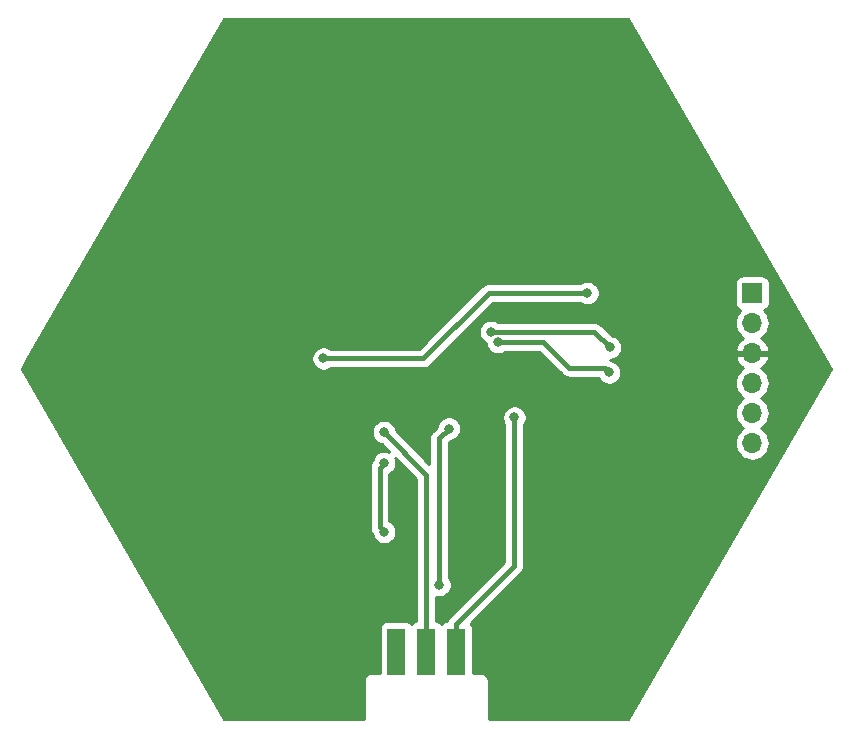
<source format=gbl>
G04 #@! TF.GenerationSoftware,KiCad,Pcbnew,(5.1.4)-1*
G04 #@! TF.CreationDate,2019-11-25T22:35:39+01:00*
G04 #@! TF.ProjectId,BME680,424d4536-3830-42e6-9b69-6361645f7063,A*
G04 #@! TF.SameCoordinates,Original*
G04 #@! TF.FileFunction,Copper,L2,Bot*
G04 #@! TF.FilePolarity,Positive*
%FSLAX46Y46*%
G04 Gerber Fmt 4.6, Leading zero omitted, Abs format (unit mm)*
G04 Created by KiCad (PCBNEW (5.1.4)-1) date 2019-11-25 22:35:39*
%MOMM*%
%LPD*%
G04 APERTURE LIST*
%ADD10O,1.700000X1.700000*%
%ADD11R,1.700000X1.700000*%
%ADD12R,1.524000X4.000000*%
%ADD13C,0.800000*%
%ADD14C,0.400000*%
%ADD15C,0.254000*%
G04 APERTURE END LIST*
D10*
X150100000Y-121469600D03*
X150100000Y-118929600D03*
X150100000Y-116389600D03*
X150100000Y-113849600D03*
X150100000Y-111309600D03*
D11*
X150100000Y-108769600D03*
D12*
X119960000Y-139168000D03*
X122500000Y-139168000D03*
X125040000Y-139168000D03*
D13*
X128300000Y-128528000D03*
X124873200Y-109635600D03*
X142770000Y-113838000D03*
X113800000Y-114312000D03*
X136141600Y-108769600D03*
X118950000Y-123148000D03*
X118950000Y-128988000D03*
X128600000Y-112926400D03*
X138000000Y-115498000D03*
X128000000Y-112060400D03*
X138050000Y-113368000D03*
X123610000Y-133488000D03*
X124430000Y-120248000D03*
X118910000Y-120548000D03*
X129960000Y-119308000D03*
D14*
X113800000Y-114312000D02*
X122257600Y-114312000D01*
X122257600Y-114312000D02*
X127800000Y-108769600D01*
X127800000Y-108769600D02*
X136141600Y-108769600D01*
X118550001Y-123547999D02*
X118550001Y-128588001D01*
X118950000Y-123148000D02*
X118550001Y-123547999D01*
X118550001Y-128588001D02*
X118950000Y-128988000D01*
X134600001Y-115098001D02*
X132428400Y-112926400D01*
X137600001Y-115098001D02*
X134600001Y-115098001D01*
X138000000Y-115498000D02*
X137600001Y-115098001D01*
X128600000Y-112926400D02*
X132428400Y-112926400D01*
X136742400Y-112060400D02*
X132132400Y-112060400D01*
X138050000Y-113368000D02*
X136742400Y-112060400D01*
X128000000Y-112060400D02*
X132132400Y-112060400D01*
X123600000Y-122608000D02*
X123600000Y-133478000D01*
X123600000Y-133478000D02*
X123610000Y-133488000D01*
X123600000Y-122608000D02*
X123600000Y-121078000D01*
X123600000Y-121078000D02*
X124430000Y-120248000D01*
X122500000Y-124138000D02*
X122500000Y-139168000D01*
X118910000Y-120548000D02*
X122500000Y-124138000D01*
X125040000Y-136768000D02*
X129950000Y-131858000D01*
X125040000Y-139168000D02*
X125040000Y-136768000D01*
X129950000Y-131858000D02*
X129950000Y-119318000D01*
X129950000Y-119318000D02*
X129960000Y-119308000D01*
D15*
G36*
X156737892Y-115178000D02*
G01*
X139618955Y-144828000D01*
X127780000Y-144828000D01*
X127780000Y-141604599D01*
X127783193Y-141572180D01*
X127770450Y-141442797D01*
X127732710Y-141318387D01*
X127671425Y-141203730D01*
X127588948Y-141103232D01*
X127488450Y-141020755D01*
X127373793Y-140959470D01*
X127249383Y-140921730D01*
X127152419Y-140912180D01*
X127120000Y-140908987D01*
X127087581Y-140912180D01*
X126440072Y-140912180D01*
X126440072Y-137168000D01*
X126427812Y-137043518D01*
X126391502Y-136923820D01*
X126332537Y-136813506D01*
X126261689Y-136727178D01*
X130511433Y-132477436D01*
X130543291Y-132451291D01*
X130647636Y-132324146D01*
X130725172Y-132179087D01*
X130772918Y-132021689D01*
X130785000Y-131899019D01*
X130785000Y-131899018D01*
X130789040Y-131858000D01*
X130785000Y-131816982D01*
X130785000Y-119936251D01*
X130877205Y-119798256D01*
X130955226Y-119609898D01*
X130995000Y-119409939D01*
X130995000Y-119206061D01*
X130955226Y-119006102D01*
X130877205Y-118817744D01*
X130763937Y-118648226D01*
X130619774Y-118504063D01*
X130450256Y-118390795D01*
X130261898Y-118312774D01*
X130061939Y-118273000D01*
X129858061Y-118273000D01*
X129658102Y-118312774D01*
X129469744Y-118390795D01*
X129300226Y-118504063D01*
X129156063Y-118648226D01*
X129042795Y-118817744D01*
X128964774Y-119006102D01*
X128925000Y-119206061D01*
X128925000Y-119409939D01*
X128964774Y-119609898D01*
X129042795Y-119798256D01*
X129115001Y-119906320D01*
X129115000Y-131512131D01*
X124478574Y-136148559D01*
X124446710Y-136174709D01*
X124420562Y-136206571D01*
X124342364Y-136301855D01*
X124264828Y-136446914D01*
X124238465Y-136533822D01*
X124153518Y-136542188D01*
X124033820Y-136578498D01*
X123923506Y-136637463D01*
X123826815Y-136716815D01*
X123770000Y-136786044D01*
X123713185Y-136716815D01*
X123616494Y-136637463D01*
X123506180Y-136578498D01*
X123386482Y-136542188D01*
X123335000Y-136537118D01*
X123335000Y-134488576D01*
X123508061Y-134523000D01*
X123711939Y-134523000D01*
X123911898Y-134483226D01*
X124100256Y-134405205D01*
X124269774Y-134291937D01*
X124413937Y-134147774D01*
X124527205Y-133978256D01*
X124605226Y-133789898D01*
X124645000Y-133589939D01*
X124645000Y-133386061D01*
X124605226Y-133186102D01*
X124527205Y-132997744D01*
X124435000Y-132859749D01*
X124435000Y-121423867D01*
X124586775Y-121272093D01*
X124731898Y-121243226D01*
X124920256Y-121165205D01*
X125089774Y-121051937D01*
X125233937Y-120907774D01*
X125347205Y-120738256D01*
X125425226Y-120549898D01*
X125465000Y-120349939D01*
X125465000Y-120146061D01*
X125425226Y-119946102D01*
X125347205Y-119757744D01*
X125233937Y-119588226D01*
X125089774Y-119444063D01*
X124920256Y-119330795D01*
X124731898Y-119252774D01*
X124531939Y-119213000D01*
X124328061Y-119213000D01*
X124128102Y-119252774D01*
X123939744Y-119330795D01*
X123770226Y-119444063D01*
X123626063Y-119588226D01*
X123512795Y-119757744D01*
X123434774Y-119946102D01*
X123405907Y-120091225D01*
X123038574Y-120458559D01*
X123006710Y-120484709D01*
X122980562Y-120516571D01*
X122902364Y-120611855D01*
X122824828Y-120756914D01*
X122777082Y-120914312D01*
X122760960Y-121078000D01*
X122765001Y-121119028D01*
X122765000Y-122566981D01*
X122765000Y-123222131D01*
X119934093Y-120391225D01*
X119905226Y-120246102D01*
X119827205Y-120057744D01*
X119713937Y-119888226D01*
X119569774Y-119744063D01*
X119400256Y-119630795D01*
X119211898Y-119552774D01*
X119011939Y-119513000D01*
X118808061Y-119513000D01*
X118608102Y-119552774D01*
X118419744Y-119630795D01*
X118250226Y-119744063D01*
X118106063Y-119888226D01*
X117992795Y-120057744D01*
X117914774Y-120246102D01*
X117875000Y-120446061D01*
X117875000Y-120649939D01*
X117914774Y-120849898D01*
X117992795Y-121038256D01*
X118106063Y-121207774D01*
X118250226Y-121351937D01*
X118419744Y-121465205D01*
X118608102Y-121543226D01*
X118753225Y-121572093D01*
X119391896Y-122210763D01*
X119251898Y-122152774D01*
X119051939Y-122113000D01*
X118848061Y-122113000D01*
X118648102Y-122152774D01*
X118459744Y-122230795D01*
X118290226Y-122344063D01*
X118146063Y-122488226D01*
X118032795Y-122657744D01*
X117954774Y-122846102D01*
X117925641Y-122992567D01*
X117858692Y-123074145D01*
X117852365Y-123081854D01*
X117774829Y-123226913D01*
X117727083Y-123384311D01*
X117710961Y-123547999D01*
X117715001Y-123589018D01*
X117715002Y-128546973D01*
X117710961Y-128588001D01*
X117727083Y-128751689D01*
X117774829Y-128909087D01*
X117774830Y-128909088D01*
X117852366Y-129054147D01*
X117925640Y-129143432D01*
X117954774Y-129289898D01*
X118032795Y-129478256D01*
X118146063Y-129647774D01*
X118290226Y-129791937D01*
X118459744Y-129905205D01*
X118648102Y-129983226D01*
X118848061Y-130023000D01*
X119051939Y-130023000D01*
X119251898Y-129983226D01*
X119440256Y-129905205D01*
X119609774Y-129791937D01*
X119753937Y-129647774D01*
X119867205Y-129478256D01*
X119945226Y-129289898D01*
X119985000Y-129089939D01*
X119985000Y-128886061D01*
X119945226Y-128686102D01*
X119867205Y-128497744D01*
X119753937Y-128328226D01*
X119609774Y-128184063D01*
X119440256Y-128070795D01*
X119385001Y-128047907D01*
X119385001Y-124088093D01*
X119440256Y-124065205D01*
X119609774Y-123951937D01*
X119753937Y-123807774D01*
X119867205Y-123638256D01*
X119945226Y-123449898D01*
X119985000Y-123249939D01*
X119985000Y-123046061D01*
X119945226Y-122846102D01*
X119887237Y-122706105D01*
X121665000Y-124483869D01*
X121665001Y-136537118D01*
X121613518Y-136542188D01*
X121493820Y-136578498D01*
X121383506Y-136637463D01*
X121286815Y-136716815D01*
X121230000Y-136786044D01*
X121173185Y-136716815D01*
X121076494Y-136637463D01*
X120966180Y-136578498D01*
X120846482Y-136542188D01*
X120722000Y-136529928D01*
X119198000Y-136529928D01*
X119073518Y-136542188D01*
X118953820Y-136578498D01*
X118843506Y-136637463D01*
X118746815Y-136716815D01*
X118667463Y-136813506D01*
X118608498Y-136923820D01*
X118572188Y-137043518D01*
X118559928Y-137168000D01*
X118559928Y-140912180D01*
X117912419Y-140912180D01*
X117880000Y-140908987D01*
X117847581Y-140912180D01*
X117750617Y-140921730D01*
X117626207Y-140959470D01*
X117511550Y-141020755D01*
X117411052Y-141103232D01*
X117328575Y-141203730D01*
X117267290Y-141318387D01*
X117229550Y-141442797D01*
X117216807Y-141572180D01*
X117220000Y-141604600D01*
X117220001Y-144828000D01*
X105381045Y-144828000D01*
X88262107Y-115178000D01*
X88820963Y-114210061D01*
X112765000Y-114210061D01*
X112765000Y-114413939D01*
X112804774Y-114613898D01*
X112882795Y-114802256D01*
X112996063Y-114971774D01*
X113140226Y-115115937D01*
X113309744Y-115229205D01*
X113498102Y-115307226D01*
X113698061Y-115347000D01*
X113901939Y-115347000D01*
X114101898Y-115307226D01*
X114290256Y-115229205D01*
X114413285Y-115147000D01*
X122216582Y-115147000D01*
X122257600Y-115151040D01*
X122298618Y-115147000D01*
X122298619Y-115147000D01*
X122421289Y-115134918D01*
X122578687Y-115087172D01*
X122723746Y-115009636D01*
X122850891Y-114905291D01*
X122877046Y-114873421D01*
X125792006Y-111958461D01*
X126965000Y-111958461D01*
X126965000Y-112162339D01*
X127004774Y-112362298D01*
X127082795Y-112550656D01*
X127196063Y-112720174D01*
X127340226Y-112864337D01*
X127509744Y-112977605D01*
X127565000Y-113000493D01*
X127565000Y-113028339D01*
X127604774Y-113228298D01*
X127682795Y-113416656D01*
X127796063Y-113586174D01*
X127940226Y-113730337D01*
X128109744Y-113843605D01*
X128298102Y-113921626D01*
X128498061Y-113961400D01*
X128701939Y-113961400D01*
X128901898Y-113921626D01*
X129090256Y-113843605D01*
X129213285Y-113761400D01*
X132082533Y-113761400D01*
X133980564Y-115659433D01*
X134006710Y-115691292D01*
X134038569Y-115717438D01*
X134038571Y-115717440D01*
X134133855Y-115795637D01*
X134278914Y-115873173D01*
X134436312Y-115920919D01*
X134558982Y-115933001D01*
X134558983Y-115933001D01*
X134600001Y-115937041D01*
X134641019Y-115933001D01*
X137059907Y-115933001D01*
X137082795Y-115988256D01*
X137196063Y-116157774D01*
X137340226Y-116301937D01*
X137509744Y-116415205D01*
X137698102Y-116493226D01*
X137898061Y-116533000D01*
X138101939Y-116533000D01*
X138301898Y-116493226D01*
X138490256Y-116415205D01*
X138528576Y-116389600D01*
X148607815Y-116389600D01*
X148636487Y-116680711D01*
X148721401Y-116960634D01*
X148859294Y-117218614D01*
X149044866Y-117444734D01*
X149270986Y-117630306D01*
X149325791Y-117659600D01*
X149270986Y-117688894D01*
X149044866Y-117874466D01*
X148859294Y-118100586D01*
X148721401Y-118358566D01*
X148636487Y-118638489D01*
X148607815Y-118929600D01*
X148636487Y-119220711D01*
X148721401Y-119500634D01*
X148859294Y-119758614D01*
X149044866Y-119984734D01*
X149270986Y-120170306D01*
X149325791Y-120199600D01*
X149270986Y-120228894D01*
X149044866Y-120414466D01*
X148859294Y-120640586D01*
X148721401Y-120898566D01*
X148636487Y-121178489D01*
X148607815Y-121469600D01*
X148636487Y-121760711D01*
X148721401Y-122040634D01*
X148859294Y-122298614D01*
X149044866Y-122524734D01*
X149270986Y-122710306D01*
X149528966Y-122848199D01*
X149808889Y-122933113D01*
X150027050Y-122954600D01*
X150172950Y-122954600D01*
X150391111Y-122933113D01*
X150671034Y-122848199D01*
X150929014Y-122710306D01*
X151155134Y-122524734D01*
X151340706Y-122298614D01*
X151478599Y-122040634D01*
X151563513Y-121760711D01*
X151592185Y-121469600D01*
X151563513Y-121178489D01*
X151478599Y-120898566D01*
X151340706Y-120640586D01*
X151155134Y-120414466D01*
X150929014Y-120228894D01*
X150874209Y-120199600D01*
X150929014Y-120170306D01*
X151155134Y-119984734D01*
X151340706Y-119758614D01*
X151478599Y-119500634D01*
X151563513Y-119220711D01*
X151592185Y-118929600D01*
X151563513Y-118638489D01*
X151478599Y-118358566D01*
X151340706Y-118100586D01*
X151155134Y-117874466D01*
X150929014Y-117688894D01*
X150874209Y-117659600D01*
X150929014Y-117630306D01*
X151155134Y-117444734D01*
X151340706Y-117218614D01*
X151478599Y-116960634D01*
X151563513Y-116680711D01*
X151592185Y-116389600D01*
X151563513Y-116098489D01*
X151478599Y-115818566D01*
X151340706Y-115560586D01*
X151155134Y-115334466D01*
X150929014Y-115148894D01*
X150864477Y-115114399D01*
X150981355Y-115044778D01*
X151197588Y-114849869D01*
X151371641Y-114616520D01*
X151496825Y-114353699D01*
X151541476Y-114206490D01*
X151420155Y-113976600D01*
X150227000Y-113976600D01*
X150227000Y-113996600D01*
X149973000Y-113996600D01*
X149973000Y-113976600D01*
X148779845Y-113976600D01*
X148658524Y-114206490D01*
X148703175Y-114353699D01*
X148828359Y-114616520D01*
X149002412Y-114849869D01*
X149218645Y-115044778D01*
X149335523Y-115114399D01*
X149270986Y-115148894D01*
X149044866Y-115334466D01*
X148859294Y-115560586D01*
X148721401Y-115818566D01*
X148636487Y-116098489D01*
X148607815Y-116389600D01*
X138528576Y-116389600D01*
X138659774Y-116301937D01*
X138803937Y-116157774D01*
X138917205Y-115988256D01*
X138995226Y-115799898D01*
X139035000Y-115599939D01*
X139035000Y-115396061D01*
X138995226Y-115196102D01*
X138917205Y-115007744D01*
X138803937Y-114838226D01*
X138659774Y-114694063D01*
X138490256Y-114580795D01*
X138301898Y-114502774D01*
X138155434Y-114473641D01*
X138069358Y-114403000D01*
X138151939Y-114403000D01*
X138351898Y-114363226D01*
X138540256Y-114285205D01*
X138709774Y-114171937D01*
X138853937Y-114027774D01*
X138967205Y-113858256D01*
X139045226Y-113669898D01*
X139085000Y-113469939D01*
X139085000Y-113266061D01*
X139045226Y-113066102D01*
X138967205Y-112877744D01*
X138853937Y-112708226D01*
X138709774Y-112564063D01*
X138540256Y-112450795D01*
X138351898Y-112372774D01*
X138206776Y-112343908D01*
X137361846Y-111498978D01*
X137335691Y-111467109D01*
X137208546Y-111362764D01*
X137109084Y-111309600D01*
X148607815Y-111309600D01*
X148636487Y-111600711D01*
X148721401Y-111880634D01*
X148859294Y-112138614D01*
X149044866Y-112364734D01*
X149270986Y-112550306D01*
X149335523Y-112584801D01*
X149218645Y-112654422D01*
X149002412Y-112849331D01*
X148828359Y-113082680D01*
X148703175Y-113345501D01*
X148658524Y-113492710D01*
X148779845Y-113722600D01*
X149973000Y-113722600D01*
X149973000Y-113702600D01*
X150227000Y-113702600D01*
X150227000Y-113722600D01*
X151420155Y-113722600D01*
X151541476Y-113492710D01*
X151496825Y-113345501D01*
X151371641Y-113082680D01*
X151197588Y-112849331D01*
X150981355Y-112654422D01*
X150864477Y-112584801D01*
X150929014Y-112550306D01*
X151155134Y-112364734D01*
X151340706Y-112138614D01*
X151478599Y-111880634D01*
X151563513Y-111600711D01*
X151592185Y-111309600D01*
X151563513Y-111018489D01*
X151478599Y-110738566D01*
X151340706Y-110480586D01*
X151155134Y-110254466D01*
X151125313Y-110229993D01*
X151194180Y-110209102D01*
X151304494Y-110150137D01*
X151401185Y-110070785D01*
X151480537Y-109974094D01*
X151539502Y-109863780D01*
X151575812Y-109744082D01*
X151588072Y-109619600D01*
X151588072Y-107919600D01*
X151575812Y-107795118D01*
X151539502Y-107675420D01*
X151480537Y-107565106D01*
X151401185Y-107468415D01*
X151304494Y-107389063D01*
X151194180Y-107330098D01*
X151074482Y-107293788D01*
X150950000Y-107281528D01*
X149250000Y-107281528D01*
X149125518Y-107293788D01*
X149005820Y-107330098D01*
X148895506Y-107389063D01*
X148798815Y-107468415D01*
X148719463Y-107565106D01*
X148660498Y-107675420D01*
X148624188Y-107795118D01*
X148611928Y-107919600D01*
X148611928Y-109619600D01*
X148624188Y-109744082D01*
X148660498Y-109863780D01*
X148719463Y-109974094D01*
X148798815Y-110070785D01*
X148895506Y-110150137D01*
X149005820Y-110209102D01*
X149074687Y-110229993D01*
X149044866Y-110254466D01*
X148859294Y-110480586D01*
X148721401Y-110738566D01*
X148636487Y-111018489D01*
X148607815Y-111309600D01*
X137109084Y-111309600D01*
X137063487Y-111285228D01*
X136906089Y-111237482D01*
X136783419Y-111225400D01*
X136783418Y-111225400D01*
X136742400Y-111221360D01*
X136701382Y-111225400D01*
X128613285Y-111225400D01*
X128490256Y-111143195D01*
X128301898Y-111065174D01*
X128101939Y-111025400D01*
X127898061Y-111025400D01*
X127698102Y-111065174D01*
X127509744Y-111143195D01*
X127340226Y-111256463D01*
X127196063Y-111400626D01*
X127082795Y-111570144D01*
X127004774Y-111758502D01*
X126965000Y-111958461D01*
X125792006Y-111958461D01*
X128145868Y-109604600D01*
X135528315Y-109604600D01*
X135651344Y-109686805D01*
X135839702Y-109764826D01*
X136039661Y-109804600D01*
X136243539Y-109804600D01*
X136443498Y-109764826D01*
X136631856Y-109686805D01*
X136801374Y-109573537D01*
X136945537Y-109429374D01*
X137058805Y-109259856D01*
X137136826Y-109071498D01*
X137176600Y-108871539D01*
X137176600Y-108667661D01*
X137136826Y-108467702D01*
X137058805Y-108279344D01*
X136945537Y-108109826D01*
X136801374Y-107965663D01*
X136631856Y-107852395D01*
X136443498Y-107774374D01*
X136243539Y-107734600D01*
X136039661Y-107734600D01*
X135839702Y-107774374D01*
X135651344Y-107852395D01*
X135528315Y-107934600D01*
X127841015Y-107934600D01*
X127799999Y-107930560D01*
X127758983Y-107934600D01*
X127758981Y-107934600D01*
X127636311Y-107946682D01*
X127478913Y-107994428D01*
X127333854Y-108071964D01*
X127206709Y-108176309D01*
X127180559Y-108208173D01*
X121911733Y-113477000D01*
X114413285Y-113477000D01*
X114290256Y-113394795D01*
X114101898Y-113316774D01*
X113901939Y-113277000D01*
X113698061Y-113277000D01*
X113498102Y-113316774D01*
X113309744Y-113394795D01*
X113140226Y-113508063D01*
X112996063Y-113652226D01*
X112882795Y-113821744D01*
X112804774Y-114010102D01*
X112765000Y-114210061D01*
X88820963Y-114210061D01*
X105381045Y-85528000D01*
X139618955Y-85528000D01*
X156737892Y-115178000D01*
X156737892Y-115178000D01*
G37*
X156737892Y-115178000D02*
X139618955Y-144828000D01*
X127780000Y-144828000D01*
X127780000Y-141604599D01*
X127783193Y-141572180D01*
X127770450Y-141442797D01*
X127732710Y-141318387D01*
X127671425Y-141203730D01*
X127588948Y-141103232D01*
X127488450Y-141020755D01*
X127373793Y-140959470D01*
X127249383Y-140921730D01*
X127152419Y-140912180D01*
X127120000Y-140908987D01*
X127087581Y-140912180D01*
X126440072Y-140912180D01*
X126440072Y-137168000D01*
X126427812Y-137043518D01*
X126391502Y-136923820D01*
X126332537Y-136813506D01*
X126261689Y-136727178D01*
X130511433Y-132477436D01*
X130543291Y-132451291D01*
X130647636Y-132324146D01*
X130725172Y-132179087D01*
X130772918Y-132021689D01*
X130785000Y-131899019D01*
X130785000Y-131899018D01*
X130789040Y-131858000D01*
X130785000Y-131816982D01*
X130785000Y-119936251D01*
X130877205Y-119798256D01*
X130955226Y-119609898D01*
X130995000Y-119409939D01*
X130995000Y-119206061D01*
X130955226Y-119006102D01*
X130877205Y-118817744D01*
X130763937Y-118648226D01*
X130619774Y-118504063D01*
X130450256Y-118390795D01*
X130261898Y-118312774D01*
X130061939Y-118273000D01*
X129858061Y-118273000D01*
X129658102Y-118312774D01*
X129469744Y-118390795D01*
X129300226Y-118504063D01*
X129156063Y-118648226D01*
X129042795Y-118817744D01*
X128964774Y-119006102D01*
X128925000Y-119206061D01*
X128925000Y-119409939D01*
X128964774Y-119609898D01*
X129042795Y-119798256D01*
X129115001Y-119906320D01*
X129115000Y-131512131D01*
X124478574Y-136148559D01*
X124446710Y-136174709D01*
X124420562Y-136206571D01*
X124342364Y-136301855D01*
X124264828Y-136446914D01*
X124238465Y-136533822D01*
X124153518Y-136542188D01*
X124033820Y-136578498D01*
X123923506Y-136637463D01*
X123826815Y-136716815D01*
X123770000Y-136786044D01*
X123713185Y-136716815D01*
X123616494Y-136637463D01*
X123506180Y-136578498D01*
X123386482Y-136542188D01*
X123335000Y-136537118D01*
X123335000Y-134488576D01*
X123508061Y-134523000D01*
X123711939Y-134523000D01*
X123911898Y-134483226D01*
X124100256Y-134405205D01*
X124269774Y-134291937D01*
X124413937Y-134147774D01*
X124527205Y-133978256D01*
X124605226Y-133789898D01*
X124645000Y-133589939D01*
X124645000Y-133386061D01*
X124605226Y-133186102D01*
X124527205Y-132997744D01*
X124435000Y-132859749D01*
X124435000Y-121423867D01*
X124586775Y-121272093D01*
X124731898Y-121243226D01*
X124920256Y-121165205D01*
X125089774Y-121051937D01*
X125233937Y-120907774D01*
X125347205Y-120738256D01*
X125425226Y-120549898D01*
X125465000Y-120349939D01*
X125465000Y-120146061D01*
X125425226Y-119946102D01*
X125347205Y-119757744D01*
X125233937Y-119588226D01*
X125089774Y-119444063D01*
X124920256Y-119330795D01*
X124731898Y-119252774D01*
X124531939Y-119213000D01*
X124328061Y-119213000D01*
X124128102Y-119252774D01*
X123939744Y-119330795D01*
X123770226Y-119444063D01*
X123626063Y-119588226D01*
X123512795Y-119757744D01*
X123434774Y-119946102D01*
X123405907Y-120091225D01*
X123038574Y-120458559D01*
X123006710Y-120484709D01*
X122980562Y-120516571D01*
X122902364Y-120611855D01*
X122824828Y-120756914D01*
X122777082Y-120914312D01*
X122760960Y-121078000D01*
X122765001Y-121119028D01*
X122765000Y-122566981D01*
X122765000Y-123222131D01*
X119934093Y-120391225D01*
X119905226Y-120246102D01*
X119827205Y-120057744D01*
X119713937Y-119888226D01*
X119569774Y-119744063D01*
X119400256Y-119630795D01*
X119211898Y-119552774D01*
X119011939Y-119513000D01*
X118808061Y-119513000D01*
X118608102Y-119552774D01*
X118419744Y-119630795D01*
X118250226Y-119744063D01*
X118106063Y-119888226D01*
X117992795Y-120057744D01*
X117914774Y-120246102D01*
X117875000Y-120446061D01*
X117875000Y-120649939D01*
X117914774Y-120849898D01*
X117992795Y-121038256D01*
X118106063Y-121207774D01*
X118250226Y-121351937D01*
X118419744Y-121465205D01*
X118608102Y-121543226D01*
X118753225Y-121572093D01*
X119391896Y-122210763D01*
X119251898Y-122152774D01*
X119051939Y-122113000D01*
X118848061Y-122113000D01*
X118648102Y-122152774D01*
X118459744Y-122230795D01*
X118290226Y-122344063D01*
X118146063Y-122488226D01*
X118032795Y-122657744D01*
X117954774Y-122846102D01*
X117925641Y-122992567D01*
X117858692Y-123074145D01*
X117852365Y-123081854D01*
X117774829Y-123226913D01*
X117727083Y-123384311D01*
X117710961Y-123547999D01*
X117715001Y-123589018D01*
X117715002Y-128546973D01*
X117710961Y-128588001D01*
X117727083Y-128751689D01*
X117774829Y-128909087D01*
X117774830Y-128909088D01*
X117852366Y-129054147D01*
X117925640Y-129143432D01*
X117954774Y-129289898D01*
X118032795Y-129478256D01*
X118146063Y-129647774D01*
X118290226Y-129791937D01*
X118459744Y-129905205D01*
X118648102Y-129983226D01*
X118848061Y-130023000D01*
X119051939Y-130023000D01*
X119251898Y-129983226D01*
X119440256Y-129905205D01*
X119609774Y-129791937D01*
X119753937Y-129647774D01*
X119867205Y-129478256D01*
X119945226Y-129289898D01*
X119985000Y-129089939D01*
X119985000Y-128886061D01*
X119945226Y-128686102D01*
X119867205Y-128497744D01*
X119753937Y-128328226D01*
X119609774Y-128184063D01*
X119440256Y-128070795D01*
X119385001Y-128047907D01*
X119385001Y-124088093D01*
X119440256Y-124065205D01*
X119609774Y-123951937D01*
X119753937Y-123807774D01*
X119867205Y-123638256D01*
X119945226Y-123449898D01*
X119985000Y-123249939D01*
X119985000Y-123046061D01*
X119945226Y-122846102D01*
X119887237Y-122706105D01*
X121665000Y-124483869D01*
X121665001Y-136537118D01*
X121613518Y-136542188D01*
X121493820Y-136578498D01*
X121383506Y-136637463D01*
X121286815Y-136716815D01*
X121230000Y-136786044D01*
X121173185Y-136716815D01*
X121076494Y-136637463D01*
X120966180Y-136578498D01*
X120846482Y-136542188D01*
X120722000Y-136529928D01*
X119198000Y-136529928D01*
X119073518Y-136542188D01*
X118953820Y-136578498D01*
X118843506Y-136637463D01*
X118746815Y-136716815D01*
X118667463Y-136813506D01*
X118608498Y-136923820D01*
X118572188Y-137043518D01*
X118559928Y-137168000D01*
X118559928Y-140912180D01*
X117912419Y-140912180D01*
X117880000Y-140908987D01*
X117847581Y-140912180D01*
X117750617Y-140921730D01*
X117626207Y-140959470D01*
X117511550Y-141020755D01*
X117411052Y-141103232D01*
X117328575Y-141203730D01*
X117267290Y-141318387D01*
X117229550Y-141442797D01*
X117216807Y-141572180D01*
X117220000Y-141604600D01*
X117220001Y-144828000D01*
X105381045Y-144828000D01*
X88262107Y-115178000D01*
X88820963Y-114210061D01*
X112765000Y-114210061D01*
X112765000Y-114413939D01*
X112804774Y-114613898D01*
X112882795Y-114802256D01*
X112996063Y-114971774D01*
X113140226Y-115115937D01*
X113309744Y-115229205D01*
X113498102Y-115307226D01*
X113698061Y-115347000D01*
X113901939Y-115347000D01*
X114101898Y-115307226D01*
X114290256Y-115229205D01*
X114413285Y-115147000D01*
X122216582Y-115147000D01*
X122257600Y-115151040D01*
X122298618Y-115147000D01*
X122298619Y-115147000D01*
X122421289Y-115134918D01*
X122578687Y-115087172D01*
X122723746Y-115009636D01*
X122850891Y-114905291D01*
X122877046Y-114873421D01*
X125792006Y-111958461D01*
X126965000Y-111958461D01*
X126965000Y-112162339D01*
X127004774Y-112362298D01*
X127082795Y-112550656D01*
X127196063Y-112720174D01*
X127340226Y-112864337D01*
X127509744Y-112977605D01*
X127565000Y-113000493D01*
X127565000Y-113028339D01*
X127604774Y-113228298D01*
X127682795Y-113416656D01*
X127796063Y-113586174D01*
X127940226Y-113730337D01*
X128109744Y-113843605D01*
X128298102Y-113921626D01*
X128498061Y-113961400D01*
X128701939Y-113961400D01*
X128901898Y-113921626D01*
X129090256Y-113843605D01*
X129213285Y-113761400D01*
X132082533Y-113761400D01*
X133980564Y-115659433D01*
X134006710Y-115691292D01*
X134038569Y-115717438D01*
X134038571Y-115717440D01*
X134133855Y-115795637D01*
X134278914Y-115873173D01*
X134436312Y-115920919D01*
X134558982Y-115933001D01*
X134558983Y-115933001D01*
X134600001Y-115937041D01*
X134641019Y-115933001D01*
X137059907Y-115933001D01*
X137082795Y-115988256D01*
X137196063Y-116157774D01*
X137340226Y-116301937D01*
X137509744Y-116415205D01*
X137698102Y-116493226D01*
X137898061Y-116533000D01*
X138101939Y-116533000D01*
X138301898Y-116493226D01*
X138490256Y-116415205D01*
X138528576Y-116389600D01*
X148607815Y-116389600D01*
X148636487Y-116680711D01*
X148721401Y-116960634D01*
X148859294Y-117218614D01*
X149044866Y-117444734D01*
X149270986Y-117630306D01*
X149325791Y-117659600D01*
X149270986Y-117688894D01*
X149044866Y-117874466D01*
X148859294Y-118100586D01*
X148721401Y-118358566D01*
X148636487Y-118638489D01*
X148607815Y-118929600D01*
X148636487Y-119220711D01*
X148721401Y-119500634D01*
X148859294Y-119758614D01*
X149044866Y-119984734D01*
X149270986Y-120170306D01*
X149325791Y-120199600D01*
X149270986Y-120228894D01*
X149044866Y-120414466D01*
X148859294Y-120640586D01*
X148721401Y-120898566D01*
X148636487Y-121178489D01*
X148607815Y-121469600D01*
X148636487Y-121760711D01*
X148721401Y-122040634D01*
X148859294Y-122298614D01*
X149044866Y-122524734D01*
X149270986Y-122710306D01*
X149528966Y-122848199D01*
X149808889Y-122933113D01*
X150027050Y-122954600D01*
X150172950Y-122954600D01*
X150391111Y-122933113D01*
X150671034Y-122848199D01*
X150929014Y-122710306D01*
X151155134Y-122524734D01*
X151340706Y-122298614D01*
X151478599Y-122040634D01*
X151563513Y-121760711D01*
X151592185Y-121469600D01*
X151563513Y-121178489D01*
X151478599Y-120898566D01*
X151340706Y-120640586D01*
X151155134Y-120414466D01*
X150929014Y-120228894D01*
X150874209Y-120199600D01*
X150929014Y-120170306D01*
X151155134Y-119984734D01*
X151340706Y-119758614D01*
X151478599Y-119500634D01*
X151563513Y-119220711D01*
X151592185Y-118929600D01*
X151563513Y-118638489D01*
X151478599Y-118358566D01*
X151340706Y-118100586D01*
X151155134Y-117874466D01*
X150929014Y-117688894D01*
X150874209Y-117659600D01*
X150929014Y-117630306D01*
X151155134Y-117444734D01*
X151340706Y-117218614D01*
X151478599Y-116960634D01*
X151563513Y-116680711D01*
X151592185Y-116389600D01*
X151563513Y-116098489D01*
X151478599Y-115818566D01*
X151340706Y-115560586D01*
X151155134Y-115334466D01*
X150929014Y-115148894D01*
X150864477Y-115114399D01*
X150981355Y-115044778D01*
X151197588Y-114849869D01*
X151371641Y-114616520D01*
X151496825Y-114353699D01*
X151541476Y-114206490D01*
X151420155Y-113976600D01*
X150227000Y-113976600D01*
X150227000Y-113996600D01*
X149973000Y-113996600D01*
X149973000Y-113976600D01*
X148779845Y-113976600D01*
X148658524Y-114206490D01*
X148703175Y-114353699D01*
X148828359Y-114616520D01*
X149002412Y-114849869D01*
X149218645Y-115044778D01*
X149335523Y-115114399D01*
X149270986Y-115148894D01*
X149044866Y-115334466D01*
X148859294Y-115560586D01*
X148721401Y-115818566D01*
X148636487Y-116098489D01*
X148607815Y-116389600D01*
X138528576Y-116389600D01*
X138659774Y-116301937D01*
X138803937Y-116157774D01*
X138917205Y-115988256D01*
X138995226Y-115799898D01*
X139035000Y-115599939D01*
X139035000Y-115396061D01*
X138995226Y-115196102D01*
X138917205Y-115007744D01*
X138803937Y-114838226D01*
X138659774Y-114694063D01*
X138490256Y-114580795D01*
X138301898Y-114502774D01*
X138155434Y-114473641D01*
X138069358Y-114403000D01*
X138151939Y-114403000D01*
X138351898Y-114363226D01*
X138540256Y-114285205D01*
X138709774Y-114171937D01*
X138853937Y-114027774D01*
X138967205Y-113858256D01*
X139045226Y-113669898D01*
X139085000Y-113469939D01*
X139085000Y-113266061D01*
X139045226Y-113066102D01*
X138967205Y-112877744D01*
X138853937Y-112708226D01*
X138709774Y-112564063D01*
X138540256Y-112450795D01*
X138351898Y-112372774D01*
X138206776Y-112343908D01*
X137361846Y-111498978D01*
X137335691Y-111467109D01*
X137208546Y-111362764D01*
X137109084Y-111309600D01*
X148607815Y-111309600D01*
X148636487Y-111600711D01*
X148721401Y-111880634D01*
X148859294Y-112138614D01*
X149044866Y-112364734D01*
X149270986Y-112550306D01*
X149335523Y-112584801D01*
X149218645Y-112654422D01*
X149002412Y-112849331D01*
X148828359Y-113082680D01*
X148703175Y-113345501D01*
X148658524Y-113492710D01*
X148779845Y-113722600D01*
X149973000Y-113722600D01*
X149973000Y-113702600D01*
X150227000Y-113702600D01*
X150227000Y-113722600D01*
X151420155Y-113722600D01*
X151541476Y-113492710D01*
X151496825Y-113345501D01*
X151371641Y-113082680D01*
X151197588Y-112849331D01*
X150981355Y-112654422D01*
X150864477Y-112584801D01*
X150929014Y-112550306D01*
X151155134Y-112364734D01*
X151340706Y-112138614D01*
X151478599Y-111880634D01*
X151563513Y-111600711D01*
X151592185Y-111309600D01*
X151563513Y-111018489D01*
X151478599Y-110738566D01*
X151340706Y-110480586D01*
X151155134Y-110254466D01*
X151125313Y-110229993D01*
X151194180Y-110209102D01*
X151304494Y-110150137D01*
X151401185Y-110070785D01*
X151480537Y-109974094D01*
X151539502Y-109863780D01*
X151575812Y-109744082D01*
X151588072Y-109619600D01*
X151588072Y-107919600D01*
X151575812Y-107795118D01*
X151539502Y-107675420D01*
X151480537Y-107565106D01*
X151401185Y-107468415D01*
X151304494Y-107389063D01*
X151194180Y-107330098D01*
X151074482Y-107293788D01*
X150950000Y-107281528D01*
X149250000Y-107281528D01*
X149125518Y-107293788D01*
X149005820Y-107330098D01*
X148895506Y-107389063D01*
X148798815Y-107468415D01*
X148719463Y-107565106D01*
X148660498Y-107675420D01*
X148624188Y-107795118D01*
X148611928Y-107919600D01*
X148611928Y-109619600D01*
X148624188Y-109744082D01*
X148660498Y-109863780D01*
X148719463Y-109974094D01*
X148798815Y-110070785D01*
X148895506Y-110150137D01*
X149005820Y-110209102D01*
X149074687Y-110229993D01*
X149044866Y-110254466D01*
X148859294Y-110480586D01*
X148721401Y-110738566D01*
X148636487Y-111018489D01*
X148607815Y-111309600D01*
X137109084Y-111309600D01*
X137063487Y-111285228D01*
X136906089Y-111237482D01*
X136783419Y-111225400D01*
X136783418Y-111225400D01*
X136742400Y-111221360D01*
X136701382Y-111225400D01*
X128613285Y-111225400D01*
X128490256Y-111143195D01*
X128301898Y-111065174D01*
X128101939Y-111025400D01*
X127898061Y-111025400D01*
X127698102Y-111065174D01*
X127509744Y-111143195D01*
X127340226Y-111256463D01*
X127196063Y-111400626D01*
X127082795Y-111570144D01*
X127004774Y-111758502D01*
X126965000Y-111958461D01*
X125792006Y-111958461D01*
X128145868Y-109604600D01*
X135528315Y-109604600D01*
X135651344Y-109686805D01*
X135839702Y-109764826D01*
X136039661Y-109804600D01*
X136243539Y-109804600D01*
X136443498Y-109764826D01*
X136631856Y-109686805D01*
X136801374Y-109573537D01*
X136945537Y-109429374D01*
X137058805Y-109259856D01*
X137136826Y-109071498D01*
X137176600Y-108871539D01*
X137176600Y-108667661D01*
X137136826Y-108467702D01*
X137058805Y-108279344D01*
X136945537Y-108109826D01*
X136801374Y-107965663D01*
X136631856Y-107852395D01*
X136443498Y-107774374D01*
X136243539Y-107734600D01*
X136039661Y-107734600D01*
X135839702Y-107774374D01*
X135651344Y-107852395D01*
X135528315Y-107934600D01*
X127841015Y-107934600D01*
X127799999Y-107930560D01*
X127758983Y-107934600D01*
X127758981Y-107934600D01*
X127636311Y-107946682D01*
X127478913Y-107994428D01*
X127333854Y-108071964D01*
X127206709Y-108176309D01*
X127180559Y-108208173D01*
X121911733Y-113477000D01*
X114413285Y-113477000D01*
X114290256Y-113394795D01*
X114101898Y-113316774D01*
X113901939Y-113277000D01*
X113698061Y-113277000D01*
X113498102Y-113316774D01*
X113309744Y-113394795D01*
X113140226Y-113508063D01*
X112996063Y-113652226D01*
X112882795Y-113821744D01*
X112804774Y-114010102D01*
X112765000Y-114210061D01*
X88820963Y-114210061D01*
X105381045Y-85528000D01*
X139618955Y-85528000D01*
X156737892Y-115178000D01*
M02*

</source>
